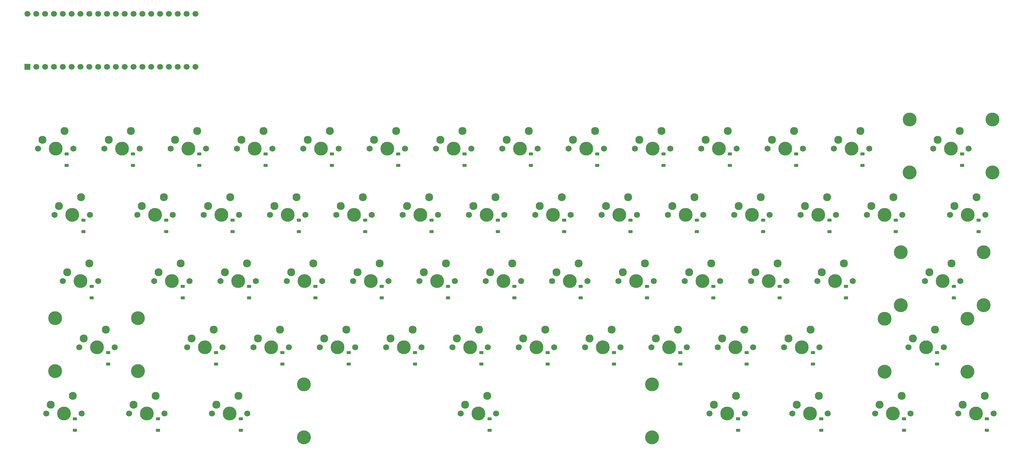
<source format=gbr>
%TF.GenerationSoftware,KiCad,Pcbnew,9.0.3*%
%TF.CreationDate,2025-08-15T22:36:12-07:00*%
%TF.ProjectId,keyboardpls,6b657962-6f61-4726-9470-6c732e6b6963,rev?*%
%TF.SameCoordinates,Original*%
%TF.FileFunction,Soldermask,Bot*%
%TF.FilePolarity,Negative*%
%FSLAX46Y46*%
G04 Gerber Fmt 4.6, Leading zero omitted, Abs format (unit mm)*
G04 Created by KiCad (PCBNEW 9.0.3) date 2025-08-15 22:36:12*
%MOMM*%
%LPD*%
G01*
G04 APERTURE LIST*
G04 Aperture macros list*
%AMRoundRect*
0 Rectangle with rounded corners*
0 $1 Rounding radius*
0 $2 $3 $4 $5 $6 $7 $8 $9 X,Y pos of 4 corners*
0 Add a 4 corners polygon primitive as box body*
4,1,4,$2,$3,$4,$5,$6,$7,$8,$9,$2,$3,0*
0 Add four circle primitives for the rounded corners*
1,1,$1+$1,$2,$3*
1,1,$1+$1,$4,$5*
1,1,$1+$1,$6,$7*
1,1,$1+$1,$8,$9*
0 Add four rect primitives between the rounded corners*
20,1,$1+$1,$2,$3,$4,$5,0*
20,1,$1+$1,$4,$5,$6,$7,0*
20,1,$1+$1,$6,$7,$8,$9,0*
20,1,$1+$1,$8,$9,$2,$3,0*%
G04 Aperture macros list end*
%ADD10C,2.300000*%
%ADD11C,1.750000*%
%ADD12C,3.987800*%
%ADD13RoundRect,0.225000X0.375000X-0.225000X0.375000X0.225000X-0.375000X0.225000X-0.375000X-0.225000X0*%
%ADD14C,4.000000*%
%ADD15C,1.700000*%
%ADD16R,1.700000X1.700000*%
G04 APERTURE END LIST*
D10*
%TO.C,MX14*%
X339963900Y-114027700D03*
X333613900Y-116567700D03*
D11*
X342503900Y-119107700D03*
D12*
X337423900Y-119107700D03*
D11*
X332343900Y-119107700D03*
%TD*%
D13*
%TO.C,D14*%
X340599100Y-120632900D03*
X340599100Y-123932900D03*
%TD*%
D10*
%TO.C,MX41*%
X337582650Y-152127700D03*
X331232650Y-154667700D03*
D11*
X340122650Y-157207700D03*
D12*
X335042650Y-157207700D03*
D11*
X329962650Y-157207700D03*
%TD*%
D10*
%TO.C,MX23*%
X244713900Y-133077700D03*
X238363900Y-135617700D03*
D11*
X247253900Y-138157700D03*
D12*
X242173900Y-138157700D03*
D11*
X237093900Y-138157700D03*
%TD*%
D10*
%TO.C,MX36*%
X230426400Y-152127700D03*
X224076400Y-154667700D03*
D11*
X232966400Y-157207700D03*
D12*
X227886400Y-157207700D03*
D11*
X222806400Y-157207700D03*
%TD*%
D10*
%TO.C,MX3*%
X120888900Y-114027700D03*
X114538900Y-116567700D03*
D11*
X123428900Y-119107700D03*
D12*
X118348900Y-119107700D03*
D11*
X113268900Y-119107700D03*
%TD*%
D10*
%TO.C,MX37*%
X249476400Y-152127700D03*
X243126400Y-154667700D03*
D11*
X252016400Y-157207700D03*
D12*
X246936400Y-157207700D03*
D11*
X241856400Y-157207700D03*
%TD*%
D10*
%TO.C,MX53*%
X332820150Y-171177700D03*
X326470150Y-173717700D03*
D11*
X335360150Y-176257700D03*
D12*
X330280150Y-176257700D03*
D11*
X325200150Y-176257700D03*
%TD*%
D10*
%TO.C,MX56*%
X132795150Y-190227700D03*
X126445150Y-192767700D03*
D11*
X135335150Y-195307700D03*
D12*
X130255150Y-195307700D03*
D11*
X125175150Y-195307700D03*
%TD*%
D10*
%TO.C,MX40*%
X306626400Y-152127700D03*
X300276400Y-154667700D03*
D11*
X309166400Y-157207700D03*
D12*
X304086400Y-157207700D03*
D11*
X299006400Y-157207700D03*
%TD*%
D10*
%TO.C,MX33*%
X173276400Y-152127700D03*
X166926400Y-154667700D03*
D11*
X175816400Y-157207700D03*
D12*
X170736400Y-157207700D03*
D11*
X165656400Y-157207700D03*
%TD*%
D10*
%TO.C,MX47*%
X201851400Y-171177700D03*
X195501400Y-173717700D03*
D11*
X204391400Y-176257700D03*
D12*
X199311400Y-176257700D03*
D11*
X194231400Y-176257700D03*
%TD*%
D10*
%TO.C,MX16*%
X111363900Y-133077700D03*
X105013900Y-135617700D03*
D11*
X113903900Y-138157700D03*
D12*
X108823900Y-138157700D03*
D11*
X103743900Y-138157700D03*
%TD*%
D10*
%TO.C,MX59*%
X299482650Y-190227700D03*
X293132650Y-192767700D03*
D11*
X302022650Y-195307700D03*
D12*
X296942650Y-195307700D03*
D11*
X291862650Y-195307700D03*
%TD*%
D12*
%TO.C,RightShiftStab1*%
X318353900Y-168097700D03*
D14*
X318353900Y-183337700D03*
D12*
X342166400Y-168097700D03*
D14*
X342166400Y-183337700D03*
%TD*%
D10*
%TO.C,MX18*%
X149463900Y-133077700D03*
X143113900Y-135617700D03*
D11*
X152003900Y-138157700D03*
D12*
X146923900Y-138157700D03*
D11*
X141843900Y-138157700D03*
%TD*%
D12*
%TO.C,BackSpaceStab1*%
X323016500Y-148957200D03*
D14*
X323016500Y-164197200D03*
D12*
X346829000Y-148957200D03*
D14*
X346829000Y-164197200D03*
%TD*%
D12*
%TO.C,LeftShiftStab1*%
X80112200Y-167850600D03*
D14*
X80112200Y-183090600D03*
D12*
X103924700Y-167850600D03*
D14*
X103924700Y-183090600D03*
%TD*%
D10*
%TO.C,MX11*%
X273288900Y-114027700D03*
X266938900Y-116567700D03*
D11*
X275828900Y-119107700D03*
D12*
X270748900Y-119107700D03*
D11*
X265668900Y-119107700D03*
%TD*%
D10*
%TO.C,MX12*%
X292338900Y-114027700D03*
X285988900Y-116567700D03*
D11*
X294878900Y-119107700D03*
D12*
X289798900Y-119107700D03*
D11*
X284718900Y-119107700D03*
%TD*%
D10*
%TO.C,MX31*%
X135176400Y-152127700D03*
X128826400Y-154667700D03*
D11*
X137716400Y-157207700D03*
D12*
X132636400Y-157207700D03*
D11*
X127556400Y-157207700D03*
%TD*%
D10*
%TO.C,MX30*%
X116126400Y-152127700D03*
X109776400Y-154667700D03*
D11*
X118666400Y-157207700D03*
D12*
X113586400Y-157207700D03*
D11*
X108506400Y-157207700D03*
%TD*%
D10*
%TO.C,MX49*%
X239951400Y-171177700D03*
X233601400Y-173717700D03*
D11*
X242491400Y-176257700D03*
D12*
X237411400Y-176257700D03*
D11*
X232331400Y-176257700D03*
%TD*%
D10*
%TO.C,MX57*%
X204232650Y-190227700D03*
X197882650Y-192767700D03*
D11*
X206772650Y-195307700D03*
D12*
X201692650Y-195307700D03*
D11*
X196612650Y-195307700D03*
%TD*%
D10*
%TO.C,MX52*%
X297101400Y-171177700D03*
X290751400Y-173717700D03*
D11*
X299641400Y-176257700D03*
D12*
X294561400Y-176257700D03*
D11*
X289481400Y-176257700D03*
%TD*%
D12*
%TO.C,SpaceStab1*%
X151554200Y-186901800D03*
D14*
X151554200Y-202141800D03*
D12*
X251566700Y-186901800D03*
D14*
X251566700Y-202141800D03*
%TD*%
D10*
%TO.C,MX10*%
X254238900Y-114027700D03*
X247888900Y-116567700D03*
D11*
X256778900Y-119107700D03*
D12*
X251698900Y-119107700D03*
D11*
X246618900Y-119107700D03*
%TD*%
D10*
%TO.C,MX54*%
X85170150Y-190227700D03*
X78820150Y-192767700D03*
D11*
X87710150Y-195307700D03*
D12*
X82630150Y-195307700D03*
D11*
X77550150Y-195307700D03*
%TD*%
D10*
%TO.C,MX35*%
X211376400Y-152127700D03*
X205026400Y-154667700D03*
D11*
X213916400Y-157207700D03*
D12*
X208836400Y-157207700D03*
D11*
X203756400Y-157207700D03*
%TD*%
D10*
%TO.C,MX9*%
X235188900Y-114027700D03*
X228838900Y-116567700D03*
D11*
X237728900Y-119107700D03*
D12*
X232648900Y-119107700D03*
D11*
X227568900Y-119107700D03*
%TD*%
D10*
%TO.C,MX32*%
X154226400Y-152127700D03*
X147876400Y-154667700D03*
D11*
X156766400Y-157207700D03*
D12*
X151686400Y-157207700D03*
D11*
X146606400Y-157207700D03*
%TD*%
D10*
%TO.C,MX19*%
X168513900Y-133077700D03*
X162163900Y-135617700D03*
D11*
X171053900Y-138157700D03*
D12*
X165973900Y-138157700D03*
D11*
X160893900Y-138157700D03*
%TD*%
D10*
%TO.C,MX43*%
X125651400Y-171177700D03*
X119301400Y-173717700D03*
D11*
X128191400Y-176257700D03*
D12*
X123111400Y-176257700D03*
D11*
X118031400Y-176257700D03*
%TD*%
D12*
%TO.C,EnterStab1*%
X325560000Y-110697000D03*
D14*
X325560000Y-125937000D03*
D12*
X349372500Y-110697000D03*
D14*
X349372500Y-125937000D03*
%TD*%
D10*
%TO.C,MX2*%
X101838900Y-114027700D03*
X95488900Y-116567700D03*
D11*
X104378900Y-119107700D03*
D12*
X99298900Y-119107700D03*
D11*
X94218900Y-119107700D03*
%TD*%
D10*
%TO.C,MX42*%
X94695150Y-171177700D03*
X88345150Y-173717700D03*
D11*
X97235150Y-176257700D03*
D12*
X92155150Y-176257700D03*
D11*
X87075150Y-176257700D03*
%TD*%
D15*
%TO.C,U4*%
X72112500Y-80350000D03*
X74652500Y-80350000D03*
X77192500Y-80350000D03*
X79732500Y-80350000D03*
X82272500Y-80350000D03*
X84812500Y-80350000D03*
X87352500Y-80350000D03*
X89892500Y-80350000D03*
X92432500Y-80350000D03*
X94972500Y-80350000D03*
X97512500Y-80350000D03*
X100052500Y-80350000D03*
X102592500Y-80350000D03*
X105132500Y-80350000D03*
X107672500Y-80350000D03*
X110212500Y-80350000D03*
X112752500Y-80350000D03*
X115292500Y-80350000D03*
X117832500Y-80350000D03*
X120372500Y-80350000D03*
X120372500Y-95590000D03*
X117832500Y-95590000D03*
X115292500Y-95590000D03*
X112752500Y-95590000D03*
X110212500Y-95590000D03*
X107672500Y-95590000D03*
X105132500Y-95590000D03*
X102592500Y-95590000D03*
X100052500Y-95590000D03*
X97512500Y-95590000D03*
X94972500Y-95590000D03*
X92432500Y-95590000D03*
X89892500Y-95590000D03*
X87352500Y-95590000D03*
X84812500Y-95590000D03*
X82272500Y-95590000D03*
X79732500Y-95590000D03*
X77192500Y-95590000D03*
X74652500Y-95590000D03*
D16*
X72112500Y-95590000D03*
%TD*%
D10*
%TO.C,MX60*%
X323295150Y-190227700D03*
X316945150Y-192767700D03*
D11*
X325835150Y-195307700D03*
D12*
X320755150Y-195307700D03*
D11*
X315675150Y-195307700D03*
%TD*%
D10*
%TO.C,MX21*%
X206613900Y-133077700D03*
X200263900Y-135617700D03*
D11*
X209153900Y-138157700D03*
D12*
X204073900Y-138157700D03*
D11*
X198993900Y-138157700D03*
%TD*%
D10*
%TO.C,MX34*%
X192326400Y-152127700D03*
X185976400Y-154667700D03*
D11*
X194866400Y-157207700D03*
D12*
X189786400Y-157207700D03*
D11*
X184706400Y-157207700D03*
%TD*%
D10*
%TO.C,MX27*%
X320913900Y-133077700D03*
X314563900Y-135617700D03*
D11*
X323453900Y-138157700D03*
D12*
X318373900Y-138157700D03*
D11*
X313293900Y-138157700D03*
%TD*%
D10*
%TO.C,MX28*%
X344726400Y-133077700D03*
X338376400Y-135617700D03*
D11*
X347266400Y-138157700D03*
D12*
X342186400Y-138157700D03*
D11*
X337106400Y-138157700D03*
%TD*%
D10*
%TO.C,MX58*%
X275670150Y-190227700D03*
X269320150Y-192767700D03*
D11*
X278210150Y-195307700D03*
D12*
X273130150Y-195307700D03*
D11*
X268050150Y-195307700D03*
%TD*%
D10*
%TO.C,MX5*%
X158988900Y-114027700D03*
X152638900Y-116567700D03*
D11*
X161528900Y-119107700D03*
D12*
X156448900Y-119107700D03*
D11*
X151368900Y-119107700D03*
%TD*%
D10*
%TO.C,MX38*%
X268526400Y-152127700D03*
X262176400Y-154667700D03*
D11*
X271066400Y-157207700D03*
D12*
X265986400Y-157207700D03*
D11*
X260906400Y-157207700D03*
%TD*%
D10*
%TO.C,MX61*%
X347107650Y-190227700D03*
X340757650Y-192767700D03*
D11*
X349647650Y-195307700D03*
D12*
X344567650Y-195307700D03*
D11*
X339487650Y-195307700D03*
%TD*%
D10*
%TO.C,MX24*%
X263763900Y-133077700D03*
X257413900Y-135617700D03*
D11*
X266303900Y-138157700D03*
D12*
X261223900Y-138157700D03*
D11*
X256143900Y-138157700D03*
%TD*%
D10*
%TO.C,MX48*%
X220901400Y-171177700D03*
X214551400Y-173717700D03*
D11*
X223441400Y-176257700D03*
D12*
X218361400Y-176257700D03*
D11*
X213281400Y-176257700D03*
%TD*%
D10*
%TO.C,MX44*%
X144701400Y-171177700D03*
X138351400Y-173717700D03*
D11*
X147241400Y-176257700D03*
D12*
X142161400Y-176257700D03*
D11*
X137081400Y-176257700D03*
%TD*%
D10*
%TO.C,MX1*%
X82788900Y-114027700D03*
X76438900Y-116567700D03*
D11*
X85328900Y-119107700D03*
D12*
X80248900Y-119107700D03*
D11*
X75168900Y-119107700D03*
%TD*%
D10*
%TO.C,MX20*%
X187563900Y-133077700D03*
X181213900Y-135617700D03*
D11*
X190103900Y-138157700D03*
D12*
X185023900Y-138157700D03*
D11*
X179943900Y-138157700D03*
%TD*%
D10*
%TO.C,MX4*%
X139938900Y-114027700D03*
X133588900Y-116567700D03*
D11*
X142478900Y-119107700D03*
D12*
X137398900Y-119107700D03*
D11*
X132318900Y-119107700D03*
%TD*%
D10*
%TO.C,MX8*%
X216138900Y-114027700D03*
X209788900Y-116567700D03*
D11*
X218678900Y-119107700D03*
D12*
X213598900Y-119107700D03*
D11*
X208518900Y-119107700D03*
%TD*%
D10*
%TO.C,MX55*%
X108982650Y-190227700D03*
X102632650Y-192767700D03*
D11*
X111522650Y-195307700D03*
D12*
X106442650Y-195307700D03*
D11*
X101362650Y-195307700D03*
%TD*%
D10*
%TO.C,MX7*%
X197088900Y-114027700D03*
X190738900Y-116567700D03*
D11*
X199628900Y-119107700D03*
D12*
X194548900Y-119107700D03*
D11*
X189468900Y-119107700D03*
%TD*%
D10*
%TO.C,MX22*%
X225663900Y-133077700D03*
X219313900Y-135617700D03*
D11*
X228203900Y-138157700D03*
D12*
X223123900Y-138157700D03*
D11*
X218043900Y-138157700D03*
%TD*%
D10*
%TO.C,MX13*%
X311388900Y-114027700D03*
X305038900Y-116567700D03*
D11*
X313928900Y-119107700D03*
D12*
X308848900Y-119107700D03*
D11*
X303768900Y-119107700D03*
%TD*%
D10*
%TO.C,MX51*%
X278051400Y-171177700D03*
X271701400Y-173717700D03*
D11*
X280591400Y-176257700D03*
D12*
X275511400Y-176257700D03*
D11*
X270431400Y-176257700D03*
%TD*%
D10*
%TO.C,MX50*%
X259001400Y-171177700D03*
X252651400Y-173717700D03*
D11*
X261541400Y-176257700D03*
D12*
X256461400Y-176257700D03*
D11*
X251381400Y-176257700D03*
%TD*%
D10*
%TO.C,MX29*%
X89932650Y-152127700D03*
X83582650Y-154667700D03*
D11*
X92472650Y-157207700D03*
D12*
X87392650Y-157207700D03*
D11*
X82312650Y-157207700D03*
%TD*%
D10*
%TO.C,MX39*%
X287576400Y-152127700D03*
X281226400Y-154667700D03*
D11*
X290116400Y-157207700D03*
D12*
X285036400Y-157207700D03*
D11*
X279956400Y-157207700D03*
%TD*%
D10*
%TO.C,MX15*%
X87551400Y-133077700D03*
X81201400Y-135617700D03*
D11*
X90091400Y-138157700D03*
D12*
X85011400Y-138157700D03*
D11*
X79931400Y-138157700D03*
%TD*%
D10*
%TO.C,MX45*%
X163751400Y-171177700D03*
X157401400Y-173717700D03*
D11*
X166291400Y-176257700D03*
D12*
X161211400Y-176257700D03*
D11*
X156131400Y-176257700D03*
%TD*%
D10*
%TO.C,MX17*%
X130413900Y-133077700D03*
X124063900Y-135617700D03*
D11*
X132953900Y-138157700D03*
D12*
X127873900Y-138157700D03*
D11*
X122793900Y-138157700D03*
%TD*%
D10*
%TO.C,MX6*%
X178038900Y-114027700D03*
X171688900Y-116567700D03*
D11*
X180578900Y-119107700D03*
D12*
X175498900Y-119107700D03*
D11*
X170418900Y-119107700D03*
%TD*%
D10*
%TO.C,MX26*%
X301863900Y-133077700D03*
X295513900Y-135617700D03*
D11*
X304403900Y-138157700D03*
D12*
X299323900Y-138157700D03*
D11*
X294243900Y-138157700D03*
%TD*%
D10*
%TO.C,MX46*%
X182801400Y-171177700D03*
X176451400Y-173717700D03*
D11*
X185341400Y-176257700D03*
D12*
X180261400Y-176257700D03*
D11*
X175181400Y-176257700D03*
%TD*%
D10*
%TO.C,MX25*%
X282813900Y-133077700D03*
X276463900Y-135617700D03*
D11*
X285353900Y-138157700D03*
D12*
X280273900Y-138157700D03*
D11*
X275193900Y-138157700D03*
%TD*%
D13*
%TO.C,D53*%
X333455350Y-177782900D03*
X333455350Y-181082900D03*
%TD*%
%TO.C,D50*%
X259636600Y-177782900D03*
X259636600Y-181082900D03*
%TD*%
%TO.C,D48*%
X221536600Y-177782900D03*
X221536600Y-181082900D03*
%TD*%
%TO.C,D19*%
X169149100Y-139682900D03*
X169149100Y-142982900D03*
%TD*%
%TO.C,D16*%
X111999100Y-139682900D03*
X111999100Y-142982900D03*
%TD*%
%TO.C,D27*%
X321549100Y-139682900D03*
X321549100Y-142982900D03*
%TD*%
%TO.C,D24*%
X264399100Y-139682900D03*
X264399100Y-142982900D03*
%TD*%
%TO.C,D23*%
X245349100Y-139682900D03*
X245349100Y-142982900D03*
%TD*%
%TO.C,D17*%
X131049100Y-139682900D03*
X131049100Y-142982900D03*
%TD*%
%TO.C,D43*%
X126286600Y-177782900D03*
X126286600Y-181082900D03*
%TD*%
%TO.C,D10*%
X254874100Y-120632900D03*
X254874100Y-123932900D03*
%TD*%
%TO.C,D26*%
X302499100Y-139682900D03*
X302499100Y-142982900D03*
%TD*%
%TO.C,D49*%
X240586600Y-177782900D03*
X240586600Y-181082900D03*
%TD*%
%TO.C,D35*%
X212011600Y-158732900D03*
X212011600Y-162032900D03*
%TD*%
%TO.C,D58*%
X276305350Y-196832900D03*
X276305350Y-200132900D03*
%TD*%
%TO.C,D29*%
X90567850Y-158732900D03*
X90567850Y-162032900D03*
%TD*%
%TO.C,D22*%
X226299100Y-139682900D03*
X226299100Y-142982900D03*
%TD*%
%TO.C,D15*%
X88186600Y-139682900D03*
X88186600Y-142982900D03*
%TD*%
%TO.C,D52*%
X297736600Y-177782900D03*
X297736600Y-181082900D03*
%TD*%
%TO.C,D3*%
X121524100Y-120632900D03*
X121524100Y-123932900D03*
%TD*%
%TO.C,D28*%
X345361600Y-139682900D03*
X345361600Y-142982900D03*
%TD*%
%TO.C,D20*%
X188199100Y-139682900D03*
X188199100Y-142982900D03*
%TD*%
%TO.C,D41*%
X338217850Y-158732900D03*
X338217850Y-162032900D03*
%TD*%
%TO.C,D33*%
X173911600Y-158732900D03*
X173911600Y-162032900D03*
%TD*%
%TO.C,D8*%
X216774100Y-120632900D03*
X216774100Y-123932900D03*
%TD*%
%TO.C,D2*%
X102474100Y-120632900D03*
X102474100Y-123932900D03*
%TD*%
%TO.C,D45*%
X164386600Y-177782900D03*
X164386600Y-181082900D03*
%TD*%
%TO.C,D18*%
X150099100Y-139682900D03*
X150099100Y-142982900D03*
%TD*%
%TO.C,D31*%
X135811600Y-158732900D03*
X135811600Y-162032900D03*
%TD*%
%TO.C,D56*%
X133430350Y-196832900D03*
X133430350Y-200132900D03*
%TD*%
%TO.C,D44*%
X145336600Y-177782900D03*
X145336600Y-181082900D03*
%TD*%
%TO.C,D11*%
X273924100Y-120632900D03*
X273924100Y-123932900D03*
%TD*%
%TO.C,D61*%
X347742850Y-196832900D03*
X347742850Y-200132900D03*
%TD*%
%TO.C,D37*%
X250111600Y-158732900D03*
X250111600Y-162032900D03*
%TD*%
%TO.C,D39*%
X288211600Y-158732900D03*
X288211600Y-162032900D03*
%TD*%
%TO.C,D13*%
X312024100Y-120632900D03*
X312024100Y-123932900D03*
%TD*%
%TO.C,D38*%
X269161600Y-158732900D03*
X269161600Y-162032900D03*
%TD*%
%TO.C,D21*%
X207249100Y-139682900D03*
X207249100Y-142982900D03*
%TD*%
%TO.C,D46*%
X183436600Y-177782900D03*
X183436600Y-181082900D03*
%TD*%
%TO.C,D9*%
X235824100Y-120632900D03*
X235824100Y-123932900D03*
%TD*%
%TO.C,D30*%
X116761600Y-158732900D03*
X116761600Y-162032900D03*
%TD*%
%TO.C,D5*%
X159624100Y-120632900D03*
X159624100Y-123932900D03*
%TD*%
%TO.C,D54*%
X85805350Y-196832900D03*
X85805350Y-200132900D03*
%TD*%
%TO.C,D59*%
X300117850Y-196832900D03*
X300117850Y-200132900D03*
%TD*%
%TO.C,D1*%
X83424100Y-120632900D03*
X83424100Y-123932900D03*
%TD*%
%TO.C,D25*%
X283449100Y-139682900D03*
X283449100Y-142982900D03*
%TD*%
%TO.C,D57*%
X204867850Y-196832900D03*
X204867850Y-200132900D03*
%TD*%
%TO.C,D32*%
X154861600Y-158732900D03*
X154861600Y-162032900D03*
%TD*%
%TO.C,D47*%
X202486600Y-177782900D03*
X202486600Y-181082900D03*
%TD*%
%TO.C,D4*%
X140574100Y-120632900D03*
X140574100Y-123932900D03*
%TD*%
%TO.C,D42*%
X95330350Y-177782900D03*
X95330350Y-181082900D03*
%TD*%
%TO.C,D55*%
X109617850Y-196832900D03*
X109617850Y-200132900D03*
%TD*%
%TO.C,D51*%
X278686600Y-177782900D03*
X278686600Y-181082900D03*
%TD*%
%TO.C,D34*%
X192961600Y-158732900D03*
X192961600Y-162032900D03*
%TD*%
%TO.C,D7*%
X197724100Y-120632900D03*
X197724100Y-123932900D03*
%TD*%
%TO.C,D60*%
X323930350Y-196832900D03*
X323930350Y-200132900D03*
%TD*%
%TO.C,D6*%
X178674100Y-120632900D03*
X178674100Y-123932900D03*
%TD*%
%TO.C,D12*%
X292974100Y-120632900D03*
X292974100Y-123932900D03*
%TD*%
%TO.C,D36*%
X231061600Y-158732900D03*
X231061600Y-162032900D03*
%TD*%
%TO.C,D40*%
X307261600Y-158732900D03*
X307261600Y-162032900D03*
%TD*%
M02*

</source>
